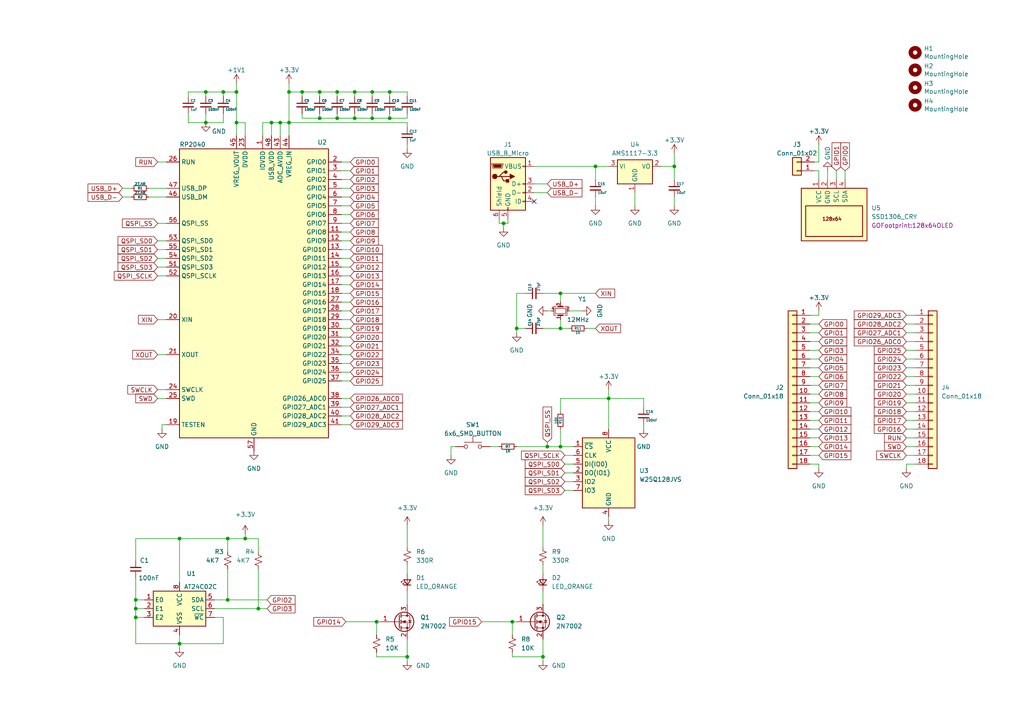
<source format=kicad_sch>
(kicad_sch (version 20230121) (generator eeschema)
  (paper "A4")
  (junction (at 176.53 115.57))
  (junction (at 107.95 26.67))
  (junction (at 102.87 34.29))
  (junction (at 107.95 34.29))
  (junction (at 66.04 173.99))
  (junction (at 109.22 180.34))
  (junction (at 162.56 85.09))
  (junction (at 195.58 48.26))
  (junction (at 113.03 26.67))
  (junction (at 52.07 156.21))
  (junction (at 97.79 26.67))
  (junction (at 52.07 186.69))
  (junction (at 68.58 26.67))
  (junction (at 87.63 26.67))
  (junction (at 39.37 179.07))
  (junction (at 113.03 34.29))
  (junction (at 71.12 156.21))
  (junction (at 59.69 26.67))
  (junction (at 39.37 173.99))
  (junction (at 78.74 35.56))
  (junction (at 39.37 176.53))
  (junction (at 92.71 26.67))
  (junction (at 162.56 129.54))
  (junction (at 83.82 35.56))
  (junction (at 81.28 35.56))
  (junction (at 148.59 180.34))
  (junction (at 66.04 156.21))
  (junction (at 97.79 34.29))
  (junction (at 146.05 64.77))
  (junction (at 74.93 176.53))
  (junction (at 92.71 34.29))
  (junction (at 158.75 129.54))
  (junction (at 118.11 190.5))
  (junction (at 157.48 190.5))
  (junction (at 162.56 95.25))
  (junction (at 172.72 48.26))
  (junction (at 59.69 35.56))
  (junction (at 102.87 26.67))
  (junction (at 64.77 26.67))
  (junction (at 83.82 26.67))
  (junction (at 149.86 95.25))
  (junction (at 68.58 35.56))
  (no_connect (at 154.94 58.42))
  (wire (pts (xy 146.05 64.77) (xy 146.05 66.04)))
  (wire (pts (xy 52.07 168.91) (xy 52.07 156.21)))
  (wire (pts (xy 99.06 64.77) (xy 101.6 64.77)))
  (wire (pts (xy 162.56 129.54) (xy 166.37 129.54)))
  (wire (pts (xy 68.58 35.56) (xy 68.58 39.37)))
  (wire (pts (xy 163.83 132.08) (xy 166.37 132.08)))
  (wire (pts (xy 142.24 129.54) (xy 144.78 129.54)))
  (wire (pts (xy 99.06 77.47) (xy 101.6 77.47)))
  (wire (pts (xy 39.37 173.99) (xy 39.37 176.53)))
  (wire (pts (xy 262.89 104.14) (xy 265.43 104.14)))
  (wire (pts (xy 158.75 90.17) (xy 160.02 90.17)))
  (wire (pts (xy 59.69 33.02) (xy 59.69 35.56)))
  (wire (pts (xy 118.11 171.45) (xy 118.11 175.26)))
  (wire (pts (xy 234.95 119.38) (xy 237.49 119.38)))
  (wire (pts (xy 118.11 190.5) (xy 118.11 191.77)))
  (wire (pts (xy 54.61 35.56) (xy 59.69 35.56)))
  (wire (pts (xy 162.56 85.09) (xy 157.48 85.09)))
  (wire (pts (xy 234.95 116.84) (xy 237.49 116.84)))
  (wire (pts (xy 92.71 33.02) (xy 92.71 34.29)))
  (wire (pts (xy 45.72 80.01) (xy 48.26 80.01)))
  (wire (pts (xy 234.95 104.14) (xy 237.49 104.14)))
  (wire (pts (xy 149.86 95.25) (xy 152.4 95.25)))
  (wire (pts (xy 262.89 101.6) (xy 265.43 101.6)))
  (wire (pts (xy 262.89 99.06) (xy 265.43 99.06)))
  (wire (pts (xy 39.37 173.99) (xy 41.91 173.99)))
  (wire (pts (xy 237.49 52.07) (xy 237.49 49.53)))
  (wire (pts (xy 118.11 35.56) (xy 118.11 36.83)))
  (wire (pts (xy 52.07 156.21) (xy 66.04 156.21)))
  (wire (pts (xy 158.75 128.27) (xy 158.75 129.54)))
  (wire (pts (xy 39.37 156.21) (xy 52.07 156.21)))
  (wire (pts (xy 191.77 48.26) (xy 195.58 48.26)))
  (wire (pts (xy 262.89 111.76) (xy 265.43 111.76)))
  (wire (pts (xy 118.11 163.83) (xy 118.11 166.37)))
  (wire (pts (xy 195.58 57.15) (xy 195.58 59.69)))
  (wire (pts (xy 45.72 102.87) (xy 48.26 102.87)))
  (wire (pts (xy 113.03 34.29) (xy 118.11 34.29)))
  (wire (pts (xy 99.06 110.49) (xy 101.6 110.49)))
  (wire (pts (xy 163.83 142.24) (xy 166.37 142.24)))
  (wire (pts (xy 139.7 180.34) (xy 148.59 180.34)))
  (wire (pts (xy 162.56 119.38) (xy 162.56 115.57)))
  (wire (pts (xy 262.89 116.84) (xy 265.43 116.84)))
  (wire (pts (xy 64.77 33.02) (xy 64.77 35.56)))
  (wire (pts (xy 157.48 171.45) (xy 157.48 175.26)))
  (wire (pts (xy 262.89 124.46) (xy 265.43 124.46)))
  (wire (pts (xy 184.15 55.88) (xy 184.15 59.69)))
  (wire (pts (xy 99.06 123.19) (xy 101.6 123.19)))
  (wire (pts (xy 107.95 26.67) (xy 113.03 26.67)))
  (wire (pts (xy 162.56 87.63) (xy 162.56 85.09)))
  (wire (pts (xy 81.28 35.56) (xy 81.28 39.37)))
  (wire (pts (xy 97.79 34.29) (xy 102.87 34.29)))
  (wire (pts (xy 262.89 121.92) (xy 265.43 121.92)))
  (wire (pts (xy 99.06 97.79) (xy 101.6 97.79)))
  (wire (pts (xy 186.69 123.19) (xy 186.69 124.46)))
  (wire (pts (xy 237.49 90.17) (xy 237.49 91.44)))
  (wire (pts (xy 234.95 99.06) (xy 237.49 99.06)))
  (wire (pts (xy 262.89 132.08) (xy 265.43 132.08)))
  (wire (pts (xy 148.59 190.5) (xy 157.48 190.5)))
  (wire (pts (xy 99.06 92.71) (xy 101.6 92.71)))
  (wire (pts (xy 64.77 186.69) (xy 64.77 179.07)))
  (wire (pts (xy 99.06 57.15) (xy 101.6 57.15)))
  (wire (pts (xy 71.12 39.37) (xy 71.12 35.56)))
  (wire (pts (xy 157.48 190.5) (xy 157.48 191.77)))
  (wire (pts (xy 262.89 109.22) (xy 265.43 109.22)))
  (wire (pts (xy 45.72 64.77) (xy 48.26 64.77)))
  (wire (pts (xy 237.49 134.62) (xy 234.95 134.62)))
  (wire (pts (xy 237.49 135.89) (xy 237.49 134.62)))
  (wire (pts (xy 43.18 57.15) (xy 48.26 57.15)))
  (wire (pts (xy 39.37 156.21) (xy 39.37 162.56)))
  (wire (pts (xy 99.06 82.55) (xy 101.6 82.55)))
  (wire (pts (xy 52.07 186.69) (xy 64.77 186.69)))
  (wire (pts (xy 54.61 33.02) (xy 54.61 35.56)))
  (wire (pts (xy 71.12 156.21) (xy 74.93 156.21)))
  (wire (pts (xy 45.72 115.57) (xy 48.26 115.57)))
  (wire (pts (xy 162.56 115.57) (xy 176.53 115.57)))
  (wire (pts (xy 109.22 180.34) (xy 110.49 180.34)))
  (wire (pts (xy 39.37 176.53) (xy 39.37 179.07)))
  (wire (pts (xy 262.89 135.89) (xy 262.89 134.62)))
  (wire (pts (xy 71.12 156.21) (xy 66.04 156.21)))
  (wire (pts (xy 45.72 69.85) (xy 48.26 69.85)))
  (wire (pts (xy 234.95 109.22) (xy 237.49 109.22)))
  (wire (pts (xy 92.71 26.67) (xy 97.79 26.67)))
  (wire (pts (xy 71.12 35.56) (xy 68.58 35.56)))
  (wire (pts (xy 99.06 120.65) (xy 101.6 120.65)))
  (wire (pts (xy 39.37 179.07) (xy 41.91 179.07)))
  (wire (pts (xy 148.59 189.23) (xy 148.59 190.5)))
  (wire (pts (xy 234.95 106.68) (xy 237.49 106.68)))
  (wire (pts (xy 154.94 55.88) (xy 158.75 55.88)))
  (wire (pts (xy 99.06 118.11) (xy 101.6 118.11)))
  (wire (pts (xy 45.72 72.39) (xy 48.26 72.39)))
  (wire (pts (xy 118.11 185.42) (xy 118.11 190.5)))
  (wire (pts (xy 99.06 107.95) (xy 101.6 107.95)))
  (wire (pts (xy 262.89 106.68) (xy 265.43 106.68)))
  (wire (pts (xy 162.56 85.09) (xy 172.72 85.09)))
  (wire (pts (xy 92.71 26.67) (xy 92.71 27.94)))
  (wire (pts (xy 52.07 186.69) (xy 52.07 184.15)))
  (wire (pts (xy 97.79 26.67) (xy 97.79 27.94)))
  (wire (pts (xy 68.58 24.13) (xy 68.58 26.67)))
  (wire (pts (xy 99.06 54.61) (xy 101.6 54.61)))
  (wire (pts (xy 195.58 48.26) (xy 195.58 52.07)))
  (wire (pts (xy 118.11 41.91) (xy 118.11 43.18)))
  (wire (pts (xy 163.83 139.7) (xy 166.37 139.7)))
  (wire (pts (xy 99.06 85.09) (xy 101.6 85.09)))
  (wire (pts (xy 99.06 90.17) (xy 101.6 90.17)))
  (wire (pts (xy 100.33 180.34) (xy 109.22 180.34)))
  (wire (pts (xy 130.81 129.54) (xy 132.08 129.54)))
  (wire (pts (xy 176.53 149.86) (xy 176.53 151.13)))
  (wire (pts (xy 59.69 35.56) (xy 64.77 35.56)))
  (wire (pts (xy 262.89 93.98) (xy 265.43 93.98)))
  (wire (pts (xy 154.94 53.34) (xy 158.75 53.34)))
  (wire (pts (xy 234.95 111.76) (xy 237.49 111.76)))
  (wire (pts (xy 237.49 49.53) (xy 236.22 49.53)))
  (wire (pts (xy 99.06 49.53) (xy 101.6 49.53)))
  (wire (pts (xy 234.95 93.98) (xy 237.49 93.98)))
  (wire (pts (xy 262.89 114.3) (xy 265.43 114.3)))
  (wire (pts (xy 83.82 35.56) (xy 83.82 39.37)))
  (wire (pts (xy 130.81 129.54) (xy 130.81 132.08)))
  (wire (pts (xy 195.58 44.45) (xy 195.58 48.26)))
  (wire (pts (xy 109.22 189.23) (xy 109.22 190.5)))
  (wire (pts (xy 176.53 115.57) (xy 176.53 124.46)))
  (wire (pts (xy 46.99 124.46) (xy 46.99 123.19)))
  (wire (pts (xy 154.94 48.26) (xy 172.72 48.26)))
  (wire (pts (xy 172.72 48.26) (xy 176.53 48.26)))
  (wire (pts (xy 99.06 102.87) (xy 101.6 102.87)))
  (wire (pts (xy 74.93 176.53) (xy 77.47 176.53)))
  (wire (pts (xy 234.95 101.6) (xy 237.49 101.6)))
  (wire (pts (xy 45.72 113.03) (xy 48.26 113.03)))
  (wire (pts (xy 74.93 156.21) (xy 74.93 160.02)))
  (wire (pts (xy 81.28 35.56) (xy 83.82 35.56)))
  (wire (pts (xy 45.72 77.47) (xy 48.26 77.47)))
  (wire (pts (xy 87.63 26.67) (xy 92.71 26.67)))
  (wire (pts (xy 149.86 129.54) (xy 158.75 129.54)))
  (wire (pts (xy 144.78 63.5) (xy 144.78 64.77)))
  (wire (pts (xy 234.95 121.92) (xy 237.49 121.92)))
  (wire (pts (xy 87.63 34.29) (xy 92.71 34.29)))
  (wire (pts (xy 99.06 52.07) (xy 101.6 52.07)))
  (wire (pts (xy 64.77 26.67) (xy 64.77 27.94)))
  (wire (pts (xy 240.03 49.53) (xy 240.03 52.07)))
  (wire (pts (xy 64.77 26.67) (xy 68.58 26.67)))
  (wire (pts (xy 163.83 134.62) (xy 166.37 134.62)))
  (wire (pts (xy 92.71 34.29) (xy 97.79 34.29)))
  (wire (pts (xy 107.95 26.67) (xy 107.95 27.94)))
  (wire (pts (xy 162.56 92.71) (xy 162.56 95.25)))
  (wire (pts (xy 157.48 185.42) (xy 157.48 190.5)))
  (wire (pts (xy 109.22 180.34) (xy 109.22 184.15)))
  (wire (pts (xy 68.58 26.67) (xy 68.58 35.56)))
  (wire (pts (xy 262.89 129.54) (xy 265.43 129.54)))
  (wire (pts (xy 35.56 54.61) (xy 38.1 54.61)))
  (wire (pts (xy 87.63 33.02) (xy 87.63 34.29)))
  (wire (pts (xy 234.95 129.54) (xy 237.49 129.54)))
  (wire (pts (xy 83.82 24.13) (xy 83.82 26.67)))
  (wire (pts (xy 102.87 26.67) (xy 102.87 27.94)))
  (wire (pts (xy 99.06 115.57) (xy 101.6 115.57)))
  (wire (pts (xy 62.23 173.99) (xy 66.04 173.99)))
  (wire (pts (xy 113.03 33.02) (xy 113.03 34.29)))
  (wire (pts (xy 157.48 163.83) (xy 157.48 166.37)))
  (wire (pts (xy 52.07 186.69) (xy 52.07 187.96)))
  (wire (pts (xy 157.48 152.4) (xy 157.48 158.75)))
  (wire (pts (xy 118.11 152.4) (xy 118.11 158.75)))
  (wire (pts (xy 172.72 48.26) (xy 172.72 52.07)))
  (wire (pts (xy 149.86 85.09) (xy 149.86 95.25)))
  (wire (pts (xy 39.37 186.69) (xy 52.07 186.69)))
  (wire (pts (xy 66.04 156.21) (xy 66.04 160.02)))
  (wire (pts (xy 234.95 114.3) (xy 237.49 114.3)))
  (wire (pts (xy 242.57 49.53) (xy 242.57 52.07)))
  (wire (pts (xy 107.95 33.02) (xy 107.95 34.29)))
  (wire (pts (xy 144.78 64.77) (xy 146.05 64.77)))
  (wire (pts (xy 176.53 113.03) (xy 176.53 115.57)))
  (wire (pts (xy 74.93 165.1) (xy 74.93 176.53)))
  (wire (pts (xy 262.89 134.62) (xy 265.43 134.62)))
  (wire (pts (xy 102.87 26.67) (xy 107.95 26.67)))
  (wire (pts (xy 237.49 41.91) (xy 237.49 46.99)))
  (wire (pts (xy 97.79 33.02) (xy 97.79 34.29)))
  (wire (pts (xy 102.87 33.02) (xy 102.87 34.29)))
  (wire (pts (xy 234.95 132.08) (xy 237.49 132.08)))
  (wire (pts (xy 59.69 27.94) (xy 59.69 26.67)))
  (wire (pts (xy 83.82 26.67) (xy 87.63 26.67)))
  (wire (pts (xy 186.69 115.57) (xy 176.53 115.57)))
  (wire (pts (xy 45.72 46.99) (xy 48.26 46.99)))
  (wire (pts (xy 97.79 26.67) (xy 102.87 26.67)))
  (wire (pts (xy 163.83 137.16) (xy 166.37 137.16)))
  (wire (pts (xy 99.06 100.33) (xy 101.6 100.33)))
  (wire (pts (xy 39.37 176.53) (xy 41.91 176.53)))
  (wire (pts (xy 234.95 96.52) (xy 237.49 96.52)))
  (wire (pts (xy 262.89 96.52) (xy 265.43 96.52)))
  (wire (pts (xy 99.06 80.01) (xy 101.6 80.01)))
  (wire (pts (xy 165.1 90.17) (xy 168.91 90.17)))
  (wire (pts (xy 99.06 62.23) (xy 101.6 62.23)))
  (wire (pts (xy 262.89 119.38) (xy 265.43 119.38)))
  (wire (pts (xy 83.82 26.67) (xy 83.82 35.56)))
  (wire (pts (xy 99.06 59.69) (xy 101.6 59.69)))
  (wire (pts (xy 99.06 95.25) (xy 101.6 95.25)))
  (wire (pts (xy 62.23 176.53) (xy 74.93 176.53)))
  (wire (pts (xy 83.82 35.56) (xy 118.11 35.56)))
  (wire (pts (xy 66.04 165.1) (xy 66.04 173.99)))
  (wire (pts (xy 162.56 124.46) (xy 162.56 129.54)))
  (wire (pts (xy 234.95 127) (xy 237.49 127)))
  (wire (pts (xy 99.06 46.99) (xy 101.6 46.99)))
  (wire (pts (xy 149.86 95.25) (xy 149.86 96.52)))
  (wire (pts (xy 148.59 180.34) (xy 149.86 180.34)))
  (wire (pts (xy 118.11 34.29) (xy 118.11 33.02)))
  (wire (pts (xy 78.74 35.56) (xy 81.28 35.56)))
  (wire (pts (xy 76.2 39.37) (xy 76.2 35.56)))
  (wire (pts (xy 99.06 72.39) (xy 101.6 72.39)))
  (wire (pts (xy 54.61 26.67) (xy 54.61 27.94)))
  (wire (pts (xy 45.72 92.71) (xy 48.26 92.71)))
  (wire (pts (xy 262.89 127) (xy 265.43 127)))
  (wire (pts (xy 234.95 124.46) (xy 237.49 124.46)))
  (wire (pts (xy 107.95 34.29) (xy 113.03 34.29)))
  (wire (pts (xy 59.69 26.67) (xy 64.77 26.67)))
  (wire (pts (xy 35.56 57.15) (xy 38.1 57.15)))
  (wire (pts (xy 147.32 64.77) (xy 147.32 63.5)))
  (wire (pts (xy 43.18 54.61) (xy 48.26 54.61)))
  (wire (pts (xy 162.56 95.25) (xy 165.1 95.25)))
  (wire (pts (xy 109.22 190.5) (xy 118.11 190.5)))
  (wire (pts (xy 64.77 179.07) (xy 62.23 179.07)))
  (wire (pts (xy 71.12 154.94) (xy 71.12 156.21)))
  (wire (pts (xy 87.63 27.94) (xy 87.63 26.67)))
  (wire (pts (xy 158.75 129.54) (xy 162.56 129.54)))
  (wire (pts (xy 113.03 26.67) (xy 118.11 26.67)))
  (wire (pts (xy 113.03 26.67) (xy 113.03 27.94)))
  (wire (pts (xy 186.69 118.11) (xy 186.69 115.57)))
  (wire (pts (xy 78.74 35.56) (xy 78.74 39.37)))
  (wire (pts (xy 152.4 85.09) (xy 149.86 85.09)))
  (wire (pts (xy 99.06 67.31) (xy 101.6 67.31)))
  (wire (pts (xy 76.2 35.56) (xy 78.74 35.56)))
  (wire (pts (xy 102.87 34.29) (xy 107.95 34.29)))
  (wire (pts (xy 45.72 74.93) (xy 48.26 74.93)))
  (wire (pts (xy 99.06 69.85) (xy 101.6 69.85)))
  (wire (pts (xy 99.06 74.93) (xy 101.6 74.93)))
  (wire (pts (xy 262.89 91.44) (xy 265.43 91.44)))
  (wire (pts (xy 170.18 95.25) (xy 172.72 95.25)))
  (wire (pts (xy 236.22 46.99) (xy 237.49 46.99)))
  (wire (pts (xy 118.11 26.67) (xy 118.11 27.94)))
  (wire (pts (xy 146.05 64.77) (xy 147.32 64.77)))
  (wire (pts (xy 237.49 91.44) (xy 234.95 91.44)))
  (wire (pts (xy 59.69 26.67) (xy 54.61 26.67)))
  (wire (pts (xy 39.37 179.07) (xy 39.37 186.69)))
  (wire (pts (xy 46.99 123.19) (xy 48.26 123.19)))
  (wire (pts (xy 99.06 87.63) (xy 101.6 87.63)))
  (wire (pts (xy 39.37 167.64) (xy 39.37 173.99)))
  (wire (pts (xy 162.56 95.25) (xy 157.48 95.25)))
  (wire (pts (xy 245.11 49.53) (xy 245.11 52.07)))
  (wire (pts (xy 66.04 173.99) (xy 77.47 173.99)))
  (wire (pts (xy 148.59 180.34) (xy 148.59 184.15)))
  (wire (pts (xy 172.72 57.15) (xy 172.72 59.69)))
  (wire (pts (xy 99.06 105.41) (xy 101.6 105.41)))
  (global_label "SWCLK" (shape input) (at 262.89 132.08 180) (property "Intersheetrefs" "${INTERSHEET_REFS}" (effects hide)))
  (global_label "USB_D-" (shape input) (at 35.56 57.15 180) (property "Intersheetrefs" "${INTERSHEET_REFS}" (effects hide)))
  (global_label "GPIO28_ADC2" (shape input) (at 101.6 120.65 0) (property "Intersheetrefs" "${INTERSHEET_REFS}" (effects hide)))
  (global_label "USB_D-" (shape input) (at 158.75 55.88 0) (property "Intersheetrefs" "${INTERSHEET_REFS}" (effects hide)))
  (global_label "GPIO9" (shape input) (at 237.49 116.84 0) (property "Intersheetrefs" "${INTERSHEET_REFS}" (effects hide)))
  (global_label "XOUT" (shape input) (at 45.72 102.87 180) (property "Intersheetrefs" "${INTERSHEET_REFS}" (effects hide)))
  (global_label "GPIO18" (shape input) (at 101.6 92.71 0) (property "Intersheetrefs" "${INTERSHEET_REFS}" (effects hide)))
  (global_label "QSPI_SD0" (shape input) (at 163.83 134.62 180) (property "Intersheetrefs" "${INTERSHEET_REFS}" (effects hide)))
  (global_label "GPIO21" (shape input) (at 262.89 111.76 180) (property "Intersheetrefs" "${INTERSHEET_REFS}" (effects hide)))
  (global_label "GPIO29_ADC3" (shape input) (at 262.89 91.44 180) (property "Intersheetrefs" "${INTERSHEET_REFS}" (effects hide)))
  (global_label "GPIO27_ADC1" (shape input) (at 262.89 96.52 180) (property "Intersheetrefs" "${INTERSHEET_REFS}" (effects hide)))
  (global_label "QSPI_SCLK" (shape input) (at 45.72 80.01 180) (property "Intersheetrefs" "${INTERSHEET_REFS}" (effects hide)))
  (global_label "GPIO2" (shape input) (at 77.47 173.99 0) (property "Intersheetrefs" "${INTERSHEET_REFS}" (effects hide)))
  (global_label "GPIO12" (shape input) (at 101.6 77.47 0) (property "Intersheetrefs" "${INTERSHEET_REFS}" (effects hide)))
  (global_label "GPIO4" (shape input) (at 101.6 57.15 0) (property "Intersheetrefs" "${INTERSHEET_REFS}" (effects hide)))
  (global_label "GPIO28_ADC2" (shape input) (at 262.89 93.98 180) (property "Intersheetrefs" "${INTERSHEET_REFS}" (effects hide)))
  (global_label "GPIO3" (shape input) (at 77.47 176.53 0) (property "Intersheetrefs" "${INTERSHEET_REFS}" (effects hide)))
  (global_label "QSPI_SD0" (shape input) (at 45.72 69.85 180) (property "Intersheetrefs" "${INTERSHEET_REFS}" (effects hide)))
  (global_label "GPIO9" (shape input) (at 101.6 69.85 0) (property "Intersheetrefs" "${INTERSHEET_REFS}" (effects hide)))
  (global_label "GPIO1" (shape input) (at 237.49 96.52 0) (property "Intersheetrefs" "${INTERSHEET_REFS}" (effects hide)))
  (global_label "GPIO17" (shape input) (at 101.6 90.17 0) (property "Intersheetrefs" "${INTERSHEET_REFS}" (effects hide)))
  (global_label "GPIO7" (shape input) (at 101.6 64.77 0) (property "Intersheetrefs" "${INTERSHEET_REFS}" (effects hide)))
  (global_label "GPIO25" (shape input) (at 101.6 110.49 0) (property "Intersheetrefs" "${INTERSHEET_REFS}" (effects hide)))
  (global_label "GPIO18" (shape input) (at 262.89 119.38 180) (property "Intersheetrefs" "${INTERSHEET_REFS}" (effects hide)))
  (global_label "GPIO23" (shape input) (at 101.6 105.41 0) (property "Intersheetrefs" "${INTERSHEET_REFS}" (effects hide)))
  (global_label "GPIO11" (shape input) (at 101.6 74.93 0) (property "Intersheetrefs" "${INTERSHEET_REFS}" (effects hide)))
  (global_label "GPIO10" (shape input) (at 101.6 72.39 0) (property "Intersheetrefs" "${INTERSHEET_REFS}" (effects hide)))
  (global_label "GPIO13" (shape input) (at 237.49 127 0) (property "Intersheetrefs" "${INTERSHEET_REFS}" (effects hide)))
  (global_label "GPIO22" (shape input) (at 262.89 109.22 180) (property "Intersheetrefs" "${INTERSHEET_REFS}" (effects hide)))
  (global_label "GPIO11" (shape input) (at 237.49 121.92 0) (property "Intersheetrefs" "${INTERSHEET_REFS}" (effects hide)))
  (global_label "GPIO14" (shape input) (at 237.49 129.54 0) (property "Intersheetrefs" "${INTERSHEET_REFS}" (effects hide)))
  (global_label "GPIO12" (shape input) (at 237.49 124.46 0) (property "Intersheetrefs" "${INTERSHEET_REFS}" (effects hide)))
  (global_label "GPIO6" (shape input) (at 101.6 62.23 0) (property "Intersheetrefs" "${INTERSHEET_REFS}" (effects hide)))
  (global_label "XIN" (shape input) (at 172.72 85.09 0) (property "Intersheetrefs" "${INTERSHEET_REFS}" (effects hide)))
  (global_label "GPIO1" (shape input) (at 242.57 49.53 90) (property "Intersheetrefs" "${INTERSHEET_REFS}" (effects hide)))
  (global_label "GPIO5" (shape input) (at 237.49 106.68 0) (property "Intersheetrefs" "${INTERSHEET_REFS}" (effects hide)))
  (global_label "QSPI_SD2" (shape input) (at 45.72 74.93 180) (property "Intersheetrefs" "${INTERSHEET_REFS}" (effects hide)))
  (global_label "GPIO7" (shape input) (at 237.49 111.76 0) (property "Intersheetrefs" "${INTERSHEET_REFS}" (effects hide)))
  (global_label "GPIO19" (shape input) (at 262.89 116.84 180) (property "Intersheetrefs" "${INTERSHEET_REFS}" (effects hide)))
  (global_label "GPIO10" (shape input) (at 237.49 119.38 0) (property "Intersheetrefs" "${INTERSHEET_REFS}" (effects hide)))
  (global_label "GPIO26_ADC0" (shape input) (at 262.89 99.06 180) (property "Intersheetrefs" "${INTERSHEET_REFS}" (effects hide)))
  (global_label "GPIO2" (shape input) (at 101.6 52.07 0) (property "Intersheetrefs" "${INTERSHEET_REFS}" (effects hide)))
  (global_label "GPIO14" (shape input) (at 100.33 180.34 180) (property "Intersheetrefs" "${INTERSHEET_REFS}" (effects hide)))
  (global_label "GPIO15" (shape input) (at 139.7 180.34 180) (property "Intersheetrefs" "${INTERSHEET_REFS}" (effects hide)))
  (global_label "QSPI_SD2" (shape input) (at 163.83 139.7 180) (property "Intersheetrefs" "${INTERSHEET_REFS}" (effects hide)))
  (global_label "GPIO0" (shape input) (at 237.49 93.98 0) (property "Intersheetrefs" "${INTERSHEET_REFS}" (effects hide)))
  (global_label "GPIO8" (shape input) (at 101.6 67.31 0) (property "Intersheetrefs" "${INTERSHEET_REFS}" (effects hide)))
  (global_label "QSPI_SCLK" (shape input) (at 163.83 132.08 180) (property "Intersheetrefs" "${INTERSHEET_REFS}" (effects hide)))
  (global_label "GPIO13" (shape input) (at 101.6 80.01 0) (property "Intersheetrefs" "${INTERSHEET_REFS}" (effects hide)))
  (global_label "XIN" (shape input) (at 45.72 92.71 180) (property "Intersheetrefs" "${INTERSHEET_REFS}" (effects hide)))
  (global_label "GPIO5" (shape input) (at 101.6 59.69 0) (property "Intersheetrefs" "${INTERSHEET_REFS}" (effects hide)))
  (global_label "GPIO24" (shape input) (at 101.6 107.95 0) (property "Intersheetrefs" "${INTERSHEET_REFS}" (effects hide)))
  (global_label "GPIO8" (shape input) (at 237.49 114.3 0) (property "Intersheetrefs" "${INTERSHEET_REFS}" (effects hide)))
  (global_label "GPIO27_ADC1" (shape input) (at 101.6 118.11 0) (property "Intersheetrefs" "${INTERSHEET_REFS}" (effects hide)))
  (global_label "GPIO0" (shape input) (at 245.11 49.53 90) (property "Intersheetrefs" "${INTERSHEET_REFS}" (effects hide)))
  (global_label "GPIO3" (shape input) (at 237.49 101.6 0) (property "Intersheetrefs" "${INTERSHEET_REFS}" (effects hide)))
  (global_label "GPIO22" (shape input) (at 101.6 102.87 0) (property "Intersheetrefs" "${INTERSHEET_REFS}" (effects hide)))
  (global_label "GPIO20" (shape input) (at 101.6 97.79 0) (property "Intersheetrefs" "${INTERSHEET_REFS}" (effects hide)))
  (global_label "GPIO25" (shape input) (at 262.89 101.6 180) (property "Intersheetrefs" "${INTERSHEET_REFS}" (effects hide)))
  (global_label "GPIO4" (shape input) (at 237.49 104.14 0) (property "Intersheetrefs" "${INTERSHEET_REFS}" (effects hide)))
  (global_label "USB_D+" (shape input) (at 158.75 53.34 0) (property "Intersheetrefs" "${INTERSHEET_REFS}" (effects hide)))
  (global_label "RUN" (shape input) (at 262.89 127 180) (property "Intersheetrefs" "${INTERSHEET_REFS}" (effects hide)))
  (global_label "GPIO0" (shape input) (at 101.6 46.99 0) (property "Intersheetrefs" "${INTERSHEET_REFS}" (effects hide)))
  (global_label "RUN" (shape input) (at 45.72 46.99 180) (property "Intersheetrefs" "${INTERSHEET_REFS}" (effects hide)))
  (global_label "USB_D+" (shape input) (at 35.56 54.61 180) (property "Intersheetrefs" "${INTERSHEET_REFS}" (effects hide)))
  (global_label "GPIO19" (shape input) (at 101.6 95.25 0) (property "Intersheetrefs" "${INTERSHEET_REFS}" (effects hide)))
  (global_label "GPIO2" (shape input) (at 237.49 99.06 0) (property "Intersheetrefs" "${INTERSHEET_REFS}" (effects hide)))
  (global_label "GPIO15" (shape input) (at 101.6 85.09 0) (property "Intersheetrefs" "${INTERSHEET_REFS}" (effects hide)))
  (global_label "GPIO29_ADC3" (shape input) (at 101.6 123.19 0) (property "Intersheetrefs" "${INTERSHEET_REFS}" (effects hide)))
  (global_label "QSPI_SD3" (shape input) (at 163.83 142.24 180) (property "Intersheetrefs" "${INTERSHEET_REFS}" (effects hide)))
  (global_label "SWD" (shape input) (at 45.72 115.57 180) (property "Intersheetrefs" "${INTERSHEET_REFS}" (effects hide)))
  (global_label "GPIO23" (shape input) (at 262.89 106.68 180) (property "Intersheetrefs" "${INTERSHEET_REFS}" (effects hide)))
  (global_label "GPIO26_ADC0" (shape input) (at 101.6 115.57 0) (property "Intersheetrefs" "${INTERSHEET_REFS}" (effects hide)))
  (global_label "GPIO6" (shape input) (at 237.49 109.22 0) (property "Intersheetrefs" "${INTERSHEET_REFS}" (effects hide)))
  (global_label "GPIO3" (shape input) (at 101.6 54.61 0) (property "Intersheetrefs" "${INTERSHEET_REFS}" (effects hide)))
  (global_label "GPIO21" (shape input) (at 101.6 100.33 0) (property "Intersheetrefs" "${INTERSHEET_REFS}" (effects hide)))
  (global_label "GPIO15" (shape input) (at 237.49 132.08 0) (property "Intersheetrefs" "${INTERSHEET_REFS}" (effects hide)))
  (global_label "GPIO14" (shape input) (at 101.6 82.55 0) (property "Intersheetrefs" "${INTERSHEET_REFS}" (effects hide)))
  (global_label "GPIO20" (shape input) (at 262.89 114.3 180) (property "Intersheetrefs" "${INTERSHEET_REFS}" (effects hide)))
  (global_label "XOUT" (shape input) (at 172.72 95.25 0) (property "Intersheetrefs" "${INTERSHEET_REFS}" (effects hide)))
  (global_label "QSPI_SS" (shape input) (at 158.75 128.27 90) (property "Intersheetrefs" "${INTERSHEET_REFS}" (effects hide)))
  (global_label "GPIO24" (shape input) (at 262.89 104.14 180) (property "Intersheetrefs" "${INTERSHEET_REFS}" (effects hide)))
  (global_label "GPIO1" (shape input) (at 101.6 49.53 0) (property "Intersheetrefs" "${INTERSHEET_REFS}" (effects hide)))
  (global_label "QSPI_SD3" (shape input) (at 45.72 77.47 180) (property "Intersheetrefs" "${INTERSHEET_REFS}" (effects hide)))
  (global_label "QSPI_SS" (shape input) (at 45.72 64.77 180) (property "Intersheetrefs" "${INTERSHEET_REFS}" (effects hide)))
  (global_label "QSPI_SD1" (shape input) (at 163.83 137.16 180) (property "Intersheetrefs" "${INTERSHEET_REFS}" (effects hide)))
  (global_label "SWD" (shape input) (at 262.89 129.54 180) (property "Intersheetrefs" "${INTERSHEET_REFS}" (effects hide)))
  (global_label "SWCLK" (shape input) (at 45.72 113.03 180) (property "Intersheetrefs" "${INTERSHEET_REFS}" (effects hide)))
  (global_label "GPIO17" (shape input) (at 262.89 121.92 180) (property "Intersheetrefs" "${INTERSHEET_REFS}" (effects hide)))
  (global_label "GPIO16" (shape input) (at 262.89 124.46 180) (property "Intersheetrefs" "${INTERSHEET_REFS}" (effects hide)))
  (global_label "QSPI_SD1" (shape input) (at 45.72 72.39 180) (property "Intersheetrefs" "${INTERSHEET_REFS}" (effects hide)))
  (global_label "GPIO16" (shape input) (at 101.6 87.63 0) (property "Intersheetrefs" "${INTERSHEET_REFS}" (effects hide)))
  (symbol (lib_id "power:GND") (at 52.07 187.96 0) (unit 1)
    (property "Reference" "#PWR02" (effects hide))
    (property "Value" "GND" (at 52.07 193.04 0))
  )
  (symbol (lib_id "power:GND") (at 237.49 135.89 0) (unit 1)
    (property "Reference" "#PWR027" (effects hide))
    (property "Value" "GND" (at 237.49 140.97 0))
  )
  (symbol (lib_id "power:+3.3V") (at 118.11 152.4 0) (unit 1)
    (property "Reference" "#PWR09" (effects hide))
    (property "Value" "+3.3V" (at 118.11 147.32 0))
  )
  (symbol (lib_id "Mechanical:MountingHole") (at 265.43 15.24 0) (unit 1)
    (property "Reference" "H1" (at 267.97 14.0716 0) (effects (justify left)))
    (property "Value" "MountingHole" (at 267.97 16.383 0) (effects (justify left)))
    (property "Footprint" "MountingHole:MountingHole_2.7mm_M2.5" (effects hide))
  )
  (symbol (lib_id "Device:C_Small") (at 118.11 39.37 0) (unit 1)
    (property "Reference" "C12" (at 118.745 38.1 0) (effects (font (size 0.7 0.7)) (justify left)))
    (property "Value" "1uF" (at 118.745 40.64 0) (effects (font (size 0.7 0.7)) (justify left)))
    (property "Footprint" "Capacitor_SMD:C_0603_1608Metric" (effects hide))
  )
  (symbol (lib_id "Regulator_Linear:AMS1117-3.3") (at 184.15 48.26 0) (unit 1)
    (property "Reference" "U4" (at 184.15 41.91 0))
    (property "Value" "AMS1117-3.3" (at 184.15 44.45 0))
    (property "Footprint" "Package_TO_SOT_SMD:SOT-223-3_TabPin2" (effects hide))
    (property "Datasheet" "http://www.advanced-monolithic.com/pdf/ds1117.pdf" (effects hide))
  )
  (symbol (lib_id "power:GND") (at 46.99 124.46 0) (unit 1)
    (property "Reference" "#PWR01" (effects hide))
    (property "Value" "GND" (at 46.99 129.54 0))
  )
  (symbol (lib_id "power:GND") (at 73.66 130.81 0) (unit 1)
    (property "Reference" "#PWR06" (effects hide))
    (property "Value" "GND" (at 73.66 135.89 0))
  )
  (symbol (lib_id "power:GND") (at 195.58 59.69 0) (unit 1)
    (property "Reference" "#PWR024" (effects hide))
    (property "Value" "GND" (at 195.58 64.77 0))
  )
  (symbol (lib_id "Device:R_Small_US") (at 109.22 186.69 0) (unit 1)
    (property "Reference" "R5" (at 111.76 185.4199 0) (effects (justify left)))
    (property "Value" "10K" (at 111.76 187.9599 0) (effects (justify left)))
    (property "Footprint" "Resistor_SMD:R_0805_2012Metric" (effects hide))
    (property "Link" "https://www.ozdisan.com/pasif-komponentler/direncler/smt-smd-ve-cip-direncler/CQ05S8J0103T5E" (effects hide))
  )
  (symbol (lib_id "power:GND") (at 158.75 90.17 270) (unit 1)
    (property "Reference" "#PWR016" (effects hide))
    (property "Value" "GND" (at 153.67 90.17 0))
  )
  (symbol (lib_id "Mechanical:MountingHole") (at 265.43 20.32 0) (unit 1)
    (property "Reference" "H2" (at 267.97 19.1516 0) (effects (justify left)))
    (property "Value" "MountingHole" (at 267.97 21.463 0) (effects (justify left)))
    (property "Footprint" "MountingHole:MountingHole_2.7mm_M2.5" (effects hide))
  )
  (symbol (lib_id "Transistor_FET:2N7002") (at 154.94 180.34 0) (unit 1)
    (property "Reference" "Q2" (at 161.29 179.0699 0) (effects (justify left)))
    (property "Value" "2N7002" (at 161.29 181.6099 0) (effects (justify left)))
    (property "Footprint" "Package_TO_SOT_SMD:SOT-23" (effects hide))
    (property "Datasheet" "https://www.onsemi.com/pub/Collateral/NDS7002A-D.PDF" (effects hide))
    (property "Link" "https://www.ozdisan.com/guc-yari-iletkenleri/mosfetler/discrete-mosfetler/2N7002215" (effects hide))
  )
  (symbol (lib_id "power:GND") (at 172.72 59.69 0) (unit 1)
    (property "Reference" "#PWR018" (effects hide))
    (property "Value" "GND" (at 172.72 64.77 0))
  )
  (symbol (lib_id "Device:R_Small") (at 167.64 95.25 270) (unit 1)
    (property "Reference" "R11" (at 167.64 95.25 90) (effects (font (size 0.7 0.7))))
    (property "Value" "1K" (at 167.64 96.52 90) (effects (font (size 0.7 0.7))))
    (property "Footprint" "Resistor_SMD:R_0603_1608Metric" (effects hide))
  )
  (symbol (lib_id "Device:C_Small") (at 87.63 30.48 0) (unit 1)
    (property "Reference" "C5" (at 88.265 29.21 0) (effects (font (size 0.7 0.7)) (justify left)))
    (property "Value" "100nF" (at 88.265 31.75 0) (effects (font (size 0.7 0.7)) (justify left)))
    (property "Footprint" "Capacitor_SMD:C_0603_1608Metric" (effects hide))
  )
  (symbol (lib_id "power:GND") (at 59.69 35.56 0) (unit 1)
    (property "Reference" "#PWR03" (effects hide))
    (property "Value" "GND" (at 63.5 38.1 0))
  )
  (symbol (lib_id "Device:R_Small") (at 162.56 121.92 180) (unit 1)
    (property "Reference" "R10" (at 162.56 121.92 90) (effects (font (size 0.7 0.7))))
    (property "Value" "10K" (at 161.29 121.92 90) (effects (font (size 0.7 0.7))))
    (property "Footprint" "Resistor_SMD:R_0603_1608Metric" (effects hide))
  )
  (symbol (lib_id "Device:C_Small") (at 118.11 30.48 0) (unit 1)
    (property "Reference" "C11" (at 118.745 29.21 0) (effects (font (size 0.7 0.7)) (justify left)))
    (property "Value" "100nF" (at 118.745 31.75 0) (effects (font (size 0.7 0.7)) (justify left)))
    (property "Footprint" "Capacitor_SMD:C_0603_1608Metric" (effects hide))
  )
  (symbol (lib_id "Transistor_FET:2N7002") (at 115.57 180.34 0) (unit 1)
    (property "Reference" "Q1" (at 121.92 179.0699 0) (effects (justify left)))
    (property "Value" "2N7002" (at 121.92 181.6099 0) (effects (justify left)))
    (property "Footprint" "Package_TO_SOT_SMD:SOT-23" (effects hide))
    (property "Datasheet" "https://www.onsemi.com/pub/Collateral/NDS7002A-D.PDF" (effects hide))
    (property "Link" "https://www.ozdisan.com/guc-yari-iletkenleri/mosfetler/discrete-mosfetler/2N7002215" (effects hide))
  )
  (symbol (lib_id "Device:LED_Small") (at 157.48 168.91 90) (unit 1)
    (property "Reference" "D2" (at 160.02 167.5764 90) (effects (justify right)))
    (property "Value" "LED_ORANGE" (at 160.02 170.1164 90) (effects (justify right)))
    (property "Footprint" "LED_SMD:LED_0805_2012Metric" (effects hide))
    (property "Link" "https://www.ozdisan.com/led-ve-aydinlatma-cozumleri/led-komponentler/sinyal-ledler-renkli/HL-PSC-2012S29YC" (effects hide))
  )
  (symbol (lib_id "Device:C_Small") (at 92.71 30.48 0) (unit 1)
    (property "Reference" "C6" (at 93.345 29.21 0) (effects (font (size 0.7 0.7)) (justify left)))
    (property "Value" "100nF" (at 93.345 31.75 0) (effects (font (size 0.7 0.7)) (justify left)))
    (property "Footprint" "Capacitor_SMD:C_0603_1608Metric" (effects hide))
  )
  (symbol (lib_id "power:+3.3V") (at 237.49 41.91 0) (unit 1)
    (property "Reference" "#PWR025" (effects hide))
    (property "Value" "+3.3V" (at 237.49 38.1 0))
  )
  (symbol (lib_id "power:+1V1") (at 68.58 24.13 0) (unit 1)
    (property "Reference" "#PWR04" (effects hide))
    (property "Value" "+1V1" (at 68.58 20.32 0))
  )
  (symbol (lib_id "Connector:USB_B_Micro") (at 147.32 53.34 0) (unit 1)
    (property "Reference" "J1" (at 147.32 41.91 0))
    (property "Value" "USB_B_Micro" (at 147.32 44.45 0))
    (property "Footprint" "Connector_USB:USB_Micro-B_GCT_USB3076-30-A" (effects hide))
  )
  (symbol (lib_id "Device:C_Small") (at 59.69 30.48 0) (unit 1)
    (property "Reference" "C3" (at 60.325 29.21 0) (effects (font (size 0.7 0.7)) (justify left)))
    (property "Value" "100nF" (at 60.325 31.75 0) (effects (font (size 0.7 0.7)) (justify left)))
    (property "Footprint" "Capacitor_SMD:C_0603_1608Metric" (effects hide))
  )
  (symbol (lib_id "power:+3.3V") (at 237.49 90.17 0) (unit 1)
    (property "Reference" "#PWR026" (effects hide))
    (property "Value" "+3.3V" (at 237.49 86.36 0))
  )
  (symbol (lib_id "Memory_EEPROM:M24C01-WMN") (at 52.07 176.53 0) (unit 1)
    (property "Reference" "U1" (at 54.0894 166.37 0) (effects (justify left)))
    (property "Value" "AT24C02C" (at 53.34 170.18 0) (effects (justify left)))
    (property "Footprint" "Package_SO:SOIC-8_3.9x4.9mm_P1.27mm" (effects hide))
    (property "Datasheet" "https://www.ozdisan.com/entegre-devreler-ics/hafiza-entegreleri/hafiza-entegreleri/AT24C02C-SSHM-T" (effects hide))
    (property "LİNK1" "https://ozdisan.com/entegre-devreler-ics/hafiza-entegreleri/hafiza-entegreleri/M24C01-WMN6TP" (effects hide))
  )
  (symbol (lib_id "Device:C_Small") (at 186.69 120.65 0) (unit 1)
    (property "Reference" "C16" (at 187.325 119.38 0) (effects (font (size 0.7 0.7)) (justify left)))
    (property "Value" "100nF" (at 187.325 121.92 0) (effects (font (size 0.7 0.7)) (justify left)))
    (property "Footprint" "Capacitor_SMD:C_0603_1608Metric" (effects hide))
  )
  (symbol (lib_id "Mechanical:MountingHole") (at 265.43 25.4 0) (unit 1)
    (property "Reference" "H3" (at 267.97 24.2316 0) (effects (justify left)))
    (property "Value" "MountingHole" (at 267.97 26.543 0) (effects (justify left)))
    (property "Footprint" "MountingHole:MountingHole_2.7mm_M2.5" (effects hide))
  )
  (symbol (lib_id "Device:R_Small_US") (at 157.48 161.29 180) (unit 1)
    (property "Reference" "R9" (at 160.02 160.0199 0) (effects (justify right)))
    (property "Value" "330R" (at 160.02 162.5599 0) (effects (justify right)))
    (property "Footprint" "Resistor_SMD:R_0805_2012Metric" (effects hide))
    (property "Link" "https://www.ozdisan.com/pasif-komponentler/direncler/smt-smd-ve-cip-direncler/0805S8F3300T5E" (effects hide))
  )
  (symbol (lib_id "power:GND") (at 118.11 43.18 0) (unit 1)
    (property "Reference" "#PWR08" (effects hide))
    (property "Value" "GND" (at 118.11 48.26 0))
  )
  (symbol (lib_id "power:+3.3V") (at 176.53 113.03 0) (unit 1)
    (property "Reference" "#PWR019" (effects hide))
    (property "Value" "+3.3V" (at 176.53 109.22 0))
  )
  (symbol (lib_id "Device:R_Small_US") (at 74.93 162.56 0) (unit 1)
    (property "Reference" "R4" (at 71.12 160.02 0) (effects (justify left)))
    (property "Value" "4K7" (at 68.58 162.56 0) (effects (justify left)))
    (property "Footprint" "Resistor_SMD:R_0805_2012Metric" (effects hide))
  )
  (symbol (lib_id "Mechanical:MountingHole") (at 265.43 30.48 0) (unit 1)
    (property "Reference" "H4" (at 267.97 29.3116 0) (effects (justify left)))
    (property "Value" "MountingHole" (at 267.97 31.623 0) (effects (justify left)))
    (property "Footprint" "MountingHole:MountingHole_2.7mm_M2.5" (effects hide))
  )
  (symbol (lib_id "Device:R_Small") (at 147.32 129.54 270) (unit 1)
    (property "Reference" "R7" (at 147.32 129.54 90) (effects (font (size 0.7 0.7))))
    (property "Value" "1K" (at 147.32 130.81 90) (effects (font (size 0.7 0.7))))
    (property "Footprint" "Resistor_SMD:R_0603_1608Metric" (effects hide))
  )
  (symbol (lib_id "Device:LED_Small") (at 118.11 168.91 90) (unit 1)
    (property "Reference" "D1" (at 120.65 167.5764 90) (effects (justify right)))
    (property "Value" "LED_ORANGE" (at 120.65 170.1164 90) (effects (justify right)))
    (property "Footprint" "LED_SMD:LED_0805_2012Metric" (effects hide))
    (property "Link" "https://www.ozdisan.com/led-ve-aydinlatma-cozumleri/led-komponentler/sinyal-ledler-renkli/HL-PSC-2012S29YC" (effects hide))
  )
  (symbol (lib_id "power:GND") (at 130.81 132.08 0) (unit 1)
    (property "Reference" "#PWR011" (effects hide))
    (property "Value" "GND" (at 130.81 137.16 0))
  )
  (symbol (lib_id "Device:C_Small") (at 54.61 30.48 0) (unit 1)
    (property "Reference" "C2" (at 55.245 29.21 0) (effects (font (size 0.7 0.7)) (justify left)))
    (property "Value" "1uF" (at 55.245 31.75 0) (effects (font (size 0.7 0.7)) (justify left)))
    (property "Footprint" "Capacitor_SMD:C_0603_1608Metric" (effects hide))
  )
  (symbol (lib_id "Device:C_Small") (at 39.37 165.1 180) (unit 1)
    (property "Reference" "C1" (at 41.91 162.56 0))
    (property "Value" "100nF" (at 43.18 167.64 0))
    (property "Footprint" "Capacitor_SMD:C_0805_2012Metric" (effects hide))
  )
  (symbol (lib_id "power:GND") (at 240.03 49.53 180) (unit 1)
    (property "Reference" "#PWR028" (effects hide))
    (property "Value" "GND" (at 240.03 44.45 90))
  )
  (symbol (lib_id "power:GND") (at 176.53 151.13 0) (unit 1)
    (property "Reference" "#PWR020" (effects hide))
    (property "Value" "GND" (at 176.53 156.21 0))
  )
  (symbol (lib_id "Switch:SW_Push") (at 137.16 129.54 0) (unit 1)
    (property "Reference" "SW1" (at 137.16 123.19 0))
    (property "Value" "6x6_SMD_BUTTON" (at 137.16 125.73 0))
    (property "Footprint" "Button_Switch_SMD:SW_SPST_CK_RS282G05A3" (effects hide))
    (property "Link" "ALINMAYACAK" (effects hide))
  )
  (symbol (lib_id "power:GND") (at 184.15 59.69 0) (unit 1)
    (property "Reference" "#PWR021" (effects hide))
    (property "Value" "GND" (at 184.15 64.77 0))
  )
  (symbol (lib_id "Connector_Generic:Conn_01x02") (at 231.14 49.53 180) (unit 1)
    (property "Reference" "J3" (at 231.14 41.91 0))
    (property "Value" "Conn_01x02" (at 231.14 44.45 0))
    (property "Footprint" "Connector_PinHeader_2.54mm:PinHeader_1x02_P2.54mm_Vertical" (effects hide))
  )
  (symbol (lib_id "Device:R_Small_US") (at 148.59 186.69 0) (unit 1)
    (property "Reference" "R8" (at 151.13 185.4199 0) (effects (justify left)))
    (property "Value" "10K" (at 151.13 187.9599 0) (effects (justify left)))
    (property "Footprint" "Resistor_SMD:R_0805_2012Metric" (effects hide))
    (property "Link" "https://www.ozdisan.com/pasif-komponentler/direncler/smt-smd-ve-cip-direncler/CQ05S8J0103T5E" (effects hide))
  )
  (symbol (lib_id "Device:R_Small") (at 40.64 57.15 90) (unit 1)
    (property "Reference" "R2" (at 40.64 57.15 90) (effects (font (size 0.7 0.7))))
    (property "Value" "27.4R" (at 40.64 55.88 90) (effects (font (size 0.7 0.7))))
    (property "Footprint" "Resistor_SMD:R_0603_1608Metric" (effects hide))
  )
  (symbol (lib_id "Device:C_Small") (at 97.79 30.48 0) (unit 1)
    (property "Reference" "C7" (at 98.425 29.21 0) (effects (font (size 0.7 0.7)) (justify left)))
    (property "Value" "100nF" (at 98.425 31.75 0) (effects (font (size 0.7 0.7)) (justify left)))
    (property "Footprint" "Capacitor_SMD:C_0603_1608Metric" (effects hide))
  )
  (symbol (lib_id "power:GND") (at 157.48 191.77 0) (unit 1)
    (property "Reference" "#PWR015" (effects hide))
    (property "Value" "GND" (at 160.02 193.0399 0) (effects (justify left)))
  )
  (symbol (lib_id "Device:C_Small") (at 154.94 85.09 90) (unit 1)
    (property "Reference" "C13" (at 153.67 84.455 0) (effects (font (size 0.7 0.7)) (justify left)))
    (property "Value" "27pF" (at 156.21 84.455 0) (effects (font (size 0.7 0.7)) (justify left)))
    (property "Footprint" "Capacitor_SMD:C_0603_1608Metric" (effects hide))
  )
  (symbol (lib_id "Device:Crystal_GND24_Small") (at 162.56 90.17 90) (unit 1)
    (property "Reference" "Y1" (at 168.91 86.7411 90))
    (property "Value" "12MHz" (at 167.64 92.71 90))
    (property "Footprint" "Crystal:Crystal_SMD_5032-4Pin_5.0x3.2mm" (effects hide))
    (property "Datasheet" "https://ozdisan.com/p/976?https://ozdisan.com/pasif-komponentler/kristaller-osilatorler-ve-rezanatorler/kristaller/H130B-12-000-13-3050-TR/712289" (effects hide))
  )
  (symbol (lib_id "Device:R_Small_US") (at 66.04 162.56 0) (unit 1)
    (property "Reference" "R3" (at 62.23 160.02 0) (effects (justify left)))
    (property "Value" "4K7" (at 59.69 162.56 0) (effects (justify left)))
    (property "Footprint" "Resistor_SMD:R_0805_2012Metric" (effects hide))
  )
  (symbol (lib_id "Device:C_Small") (at 113.03 30.48 0) (unit 1)
    (property "Reference" "C10" (at 113.665 29.21 0) (effects (font (size 0.7 0.7)) (justify left)))
    (property "Value" "100nF" (at 113.665 31.75 0) (effects (font (size 0.7 0.7)) (justify left)))
    (property "Footprint" "Capacitor_SMD:C_0603_1608Metric" (effects hide))
  )
  (symbol (lib_id "Device:C_Small") (at 102.87 30.48 0) (unit 1)
    (property "Reference" "C8" (at 103.505 29.21 0) (effects (font (size 0.7 0.7)) (justify left)))
    (property "Value" "100nF" (at 103.505 31.75 0) (effects (font (size 0.7 0.7)) (justify left)))
    (property "Footprint" "Capacitor_SMD:C_0603_1608Metric" (effects hide))
  )
  (symbol (lib_id "Device:C_Small") (at 195.58 54.61 0) (unit 1)
    (property "Reference" "C17" (at 196.215 53.34 0) (effects (font (size 0.7 0.7)) (justify left)))
    (property "Value" "10uF" (at 196.215 55.88 0) (effects (font (size 0.7 0.7)) (justify left)))
    (property "Footprint" "Capacitor_SMD:C_0603_1608Metric" (effects hide))
  )
  (symbol (lib_id "Device:C_Small") (at 107.95 30.48 0) (unit 1)
    (property "Reference" "C9" (at 108.585 29.21 0) (effects (font (size 0.7 0.7)) (justify left)))
    (property "Value" "100nF" (at 108.585 31.75 0) (effects (font (size 0.7 0.7)) (justify left)))
    (property "Footprint" "Capacitor_SMD:C_0603_1608Metric" (effects hide))
  )
  (symbol (lib_id "power:+3.3V") (at 71.12 154.94 0) (unit 1)
    (property "Reference" "#PWR05" (effects hide))
    (property "Value" "+3.3V" (at 71.12 149.225 0))
  )
  (symbol (lib_id "GOSymbol:SSD1306_CRY") (at 241.3 63.5 0) (unit 1)
    (property "Reference" "U5" (at 252.73 60.325 0) (effects (justify left)))
    (property "Value" "SSD1306_CRY" (at 252.73 62.865 0) (effects (justify left)))
    (property "Footprint" "GOFootprint:128x64OLED" (at 252.73 65.405 0) (effects (justify left)))
  )
  (symbol (lib_id "Connector_Generic:Conn_01x18") (at 229.87 111.76 0) (mirror y) (unit 1)
    (property "Reference" "J2" (at 227.33 112.395 0) (effects (justify left)))
    (property "Value" "Conn_01x18" (at 227.33 114.935 0) (effects (justify left)))
    (property "Footprint" "Connector_PinHeader_2.54mm:PinHeader_1x18_P2.54mm_Vertical" (effects hide))
  )
  (symbol (lib_id "Device:C_Small") (at 64.77 30.48 0) (unit 1)
    (property "Reference" "C4" (at 65.405 29.21 0) (effects (font (size 0.7 0.7)) (justify left)))
    (property "Value" "100nF" (at 65.405 31.75 0) (effects (font (size 0.7 0.7)) (justify left)))
    (property "Footprint" "Capacitor_SMD:C_0603_1608Metric" (effects hide))
  )
  (symbol (lib_id "MCU_RaspberryPi:RP2040") (at 73.66 85.09 0) (unit 1)
    (property "Reference" "U2" (at 92.075 41.275 0) (effects (justify left)))
    (property "Value" "RP2040" (at 52.07 41.91 0) (effects (justify left)))
    (property "Footprint" "Package_DFN_QFN:QFN-56-1EP_7x7mm_P0.4mm_EP3.2x3.2mm" (effects hide))
    (property "Datasheet" "https://datasheets.raspberrypi.com/rp2040/rp2040-datasheet.pdf" (effects hide))
  )
  (symbol (lib_id "power:GND") (at 146.05 66.04 0) (unit 1)
    (property "Reference" "#PWR012" (effects hide))
    (property "Value" "GND" (at 146.05 71.12 0))
  )
  (symbol (lib_id "Connector_Generic:Conn_01x18") (at 270.51 111.76 0) (unit 1)
    (property "Reference" "J4" (at 273.05 112.395 0) (effects (justify left)))
    (property "Value" "Conn_01x18" (at 273.05 114.935 0) (effects (justify left)))
    (property "Footprint" "Connector_PinHeader_2.54mm:PinHeader_1x18_P2.54mm_Vertical" (effects hide))
  )
  (symbol (lib_id "power:+3.3V") (at 83.82 24.13 0) (unit 1)
    (property "Reference" "#PWR07" (effects hide))
    (property "Value" "+3.3V" (at 83.82 20.32 0))
  )
  (symbol (lib_id "power:+3.3V") (at 195.58 44.45 0) (unit 1)
    (property "Reference" "#PWR023" (effects hide))
    (property "Value" "+3.3V" (at 195.58 40.64 0))
  )
  (symbol (lib_id "Device:R_Small_US") (at 118.11 161.29 180) (unit 1)
    (property "Reference" "R6" (at 120.65 160.0199 0) (effects (justify right)))
    (property "Value" "330R" (at 120.65 162.5599 0) (effects (justify right)))
    (property "Footprint" "Resistor_SMD:R_0805_2012Metric" (effects hide))
    (property "Link" "https://www.ozdisan.com/pasif-komponentler/direncler/smt-smd-ve-cip-direncler/0805S8F3300T5E" (effects hide))
  )
  (symbol (lib_id "Device:C_Small") (at 172.72 54.61 0) (unit 1)
    (property "Reference" "C15" (at 173.355 53.34 0) (effects (font (size 0.7 0.7)) (justify left)))
    (property "Value" "10uF" (at 173.355 55.88 0) (effects (font (size 0.7 0.7)) (justify left)))
    (property "Footprint" "Capacitor_SMD:C_0603_1608Metric" (effects hide))
  )
  (symbol (lib_id "power:GND") (at 262.89 135.89 0) (unit 1)
    (property "Reference" "#PWR029" (effects hide))
    (property "Value" "GND" (at 262.89 140.97 0))
  )
  (symbol (lib_id "Device:C_Small") (at 154.94 95.25 90) (unit 1)
    (property "Reference" "C14" (at 153.67 94.615 0) (effects (font (size 0.7 0.7)) (justify left)))
    (property "Value" "27pF" (at 156.21 94.615 0) (effects (font (size 0.7 0.7)) (justify left)))
    (property "Footprint" "Capacitor_SMD:C_0603_1608Metric" (effects hide))
  )
  (symbol (lib_id "power:GND") (at 168.91 90.17 90) (unit 1)
    (property "Reference" "#PWR017" (effects hide))
    (property "Value" "GND" (at 173.99 90.17 0))
  )
  (symbol (lib_id "Memory_Flash:W25Q128JVS") (at 176.53 137.16 0) (unit 1)
    (property "Reference" "U3" (at 185.42 136.525 0) (effects (justify left)))
    (property "Value" "W25Q128JVS" (at 185.42 139.065 0) (effects (justify left)))
    (property "Footprint" "Package_SO:SOIC-8_5.23x5.23mm_P1.27mm" (effects hide))
    (property "Datasheet" "http://www.winbond.com/resource-files/w25q128jv_dtr%20revc%2003272018%20plus.pdf" (effects hide))
  )
  (symbol (lib_id "power:GND") (at 186.69 124.46 0) (unit 1)
    (property "Reference" "#PWR022" (effects hide))
    (property "Value" "GND" (at 186.69 129.54 0))
  )
  (symbol (lib_id "power:GND") (at 118.11 191.77 0) (unit 1)
    (property "Reference" "#PWR010" (effects hide))
    (property "Value" "GND" (at 120.65 193.0399 0) (effects (justify left)))
  )
  (symbol (lib_id "power:GND") (at 149.86 96.52 0) (unit 1)
    (property "Reference" "#PWR013" (effects hide))
    (property "Value" "GND" (at 149.86 101.6 0))
  )
  (symbol (lib_id "Device:R_Small") (at 40.64 54.61 90) (unit 1)
    (property "Reference" "R1" (at 40.64 54.61 90) (effects (font (size 0.7 0.7))))
    (property "Value" "27.4R" (at 40.64 53.34 90) (effects (font (size 0.7 0.7))))
    (property "Footprint" "Resistor_SMD:R_0603_1608Metric" (effects hide))
  )
  (symbol (lib_id "power:+3.3V") (at 157.48 152.4 0) (unit 1)
    (property "Reference" "#PWR014" (effects hide))
    (property "Value" "+3.3V" (at 157.48 147.32 0))
  )
)
</source>
